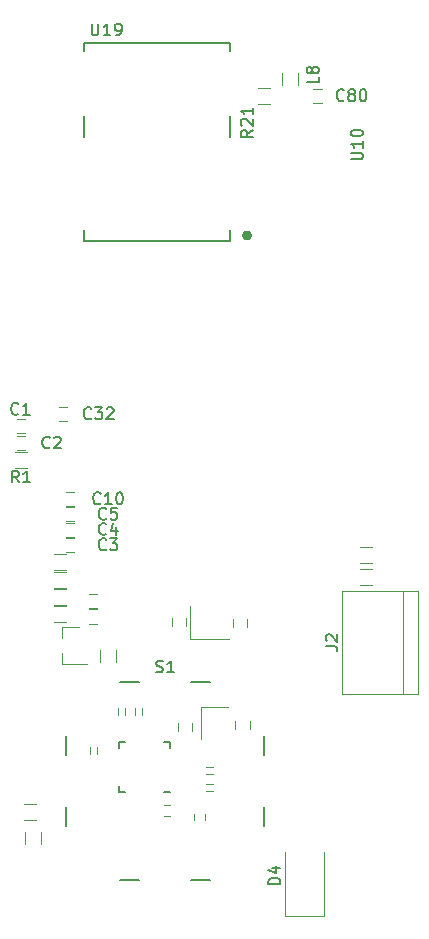
<source format=gto>
G04 #@! TF.FileFunction,Legend,Top*
%FSLAX46Y46*%
G04 Gerber Fmt 4.6, Leading zero omitted, Abs format (unit mm)*
G04 Created by KiCad (PCBNEW 4.0.7) date 03/10/18 18:51:25*
%MOMM*%
%LPD*%
G01*
G04 APERTURE LIST*
%ADD10C,0.100000*%
%ADD11C,0.300000*%
%ADD12C,0.120000*%
%ADD13C,0.450000*%
%ADD14C,0.150000*%
G04 APERTURE END LIST*
D10*
D11*
D12*
X40450000Y-66250000D02*
X39750000Y-66250000D01*
X39750000Y-65050000D02*
X40450000Y-65050000D01*
X40450000Y-67700000D02*
X39750000Y-67700000D01*
X39750000Y-66500000D02*
X40450000Y-66500000D01*
X43925000Y-75150000D02*
X44625000Y-75150000D01*
X44625000Y-76350000D02*
X43925000Y-76350000D01*
X43925000Y-73850000D02*
X44625000Y-73850000D01*
X44625000Y-75050000D02*
X43925000Y-75050000D01*
X43925000Y-72550000D02*
X44625000Y-72550000D01*
X44625000Y-73750000D02*
X43925000Y-73750000D01*
X45850000Y-81210000D02*
X46550000Y-81210000D01*
X46550000Y-82410000D02*
X45850000Y-82410000D01*
X43925000Y-71250000D02*
X44625000Y-71250000D01*
X44625000Y-72450000D02*
X43925000Y-72450000D01*
X45850000Y-79890000D02*
X46550000Y-79890000D01*
X46550000Y-81090000D02*
X45850000Y-81090000D01*
X44050000Y-65250000D02*
X43350000Y-65250000D01*
X43350000Y-64050000D02*
X44050000Y-64050000D01*
X54100000Y-81920000D02*
X54100000Y-82620000D01*
X52900000Y-82620000D02*
X52900000Y-81920000D01*
X65575000Y-38325000D02*
X64875000Y-38325000D01*
X64875000Y-37125000D02*
X65575000Y-37125000D01*
X59230000Y-81980000D02*
X59230000Y-82680000D01*
X58030000Y-82680000D02*
X58030000Y-81980000D01*
X63555000Y-35800000D02*
X63555000Y-36800000D01*
X62195000Y-36800000D02*
X62195000Y-35800000D01*
X43580000Y-82680000D02*
X43580000Y-83610000D01*
X43580000Y-85840000D02*
X43580000Y-84910000D01*
X43580000Y-85840000D02*
X45740000Y-85840000D01*
X43580000Y-82680000D02*
X45040000Y-82680000D01*
X39600000Y-67870000D02*
X40600000Y-67870000D01*
X40600000Y-69230000D02*
X39600000Y-69230000D01*
X46800000Y-85620000D02*
X46800000Y-84620000D01*
X48160000Y-84620000D02*
X48160000Y-85620000D01*
X40380000Y-97710000D02*
X41380000Y-97710000D01*
X41380000Y-99070000D02*
X40380000Y-99070000D01*
X42950000Y-76530000D02*
X43950000Y-76530000D01*
X43950000Y-77890000D02*
X42950000Y-77890000D01*
X42950000Y-78000000D02*
X43950000Y-78000000D01*
X43950000Y-79360000D02*
X42950000Y-79360000D01*
X42950000Y-80950000D02*
X43950000Y-80950000D01*
X43950000Y-82310000D02*
X42950000Y-82310000D01*
X41800000Y-100070000D02*
X41800000Y-101070000D01*
X40440000Y-101070000D02*
X40440000Y-100070000D01*
X43950000Y-80830000D02*
X42950000Y-80830000D01*
X42950000Y-79470000D02*
X43950000Y-79470000D01*
X61200000Y-38430000D02*
X60200000Y-38430000D01*
X60200000Y-37070000D02*
X61200000Y-37070000D01*
D13*
X59473607Y-49550000D02*
G75*
G03X59473607Y-49550000I-223607J0D01*
G01*
D14*
X57850000Y-41250000D02*
X57850000Y-39450000D01*
X45450000Y-41250000D02*
X45450000Y-39450000D01*
X57850000Y-49050000D02*
X57850000Y-50050000D01*
X57850000Y-50050000D02*
X45450000Y-50050000D01*
X45450000Y-50050000D02*
X45450000Y-49050000D01*
X45450000Y-33950000D02*
X45450000Y-33250000D01*
X45450000Y-33250000D02*
X57850000Y-33250000D01*
X57850000Y-33250000D02*
X57850000Y-33950000D01*
D12*
X54410000Y-80950000D02*
X54410000Y-83750000D01*
X54410000Y-83750000D02*
X57710000Y-83750000D01*
X73730000Y-88330000D02*
X73730000Y-79630000D01*
X67320000Y-88330000D02*
X67320000Y-79630000D01*
X67320000Y-79630000D02*
X73730000Y-79630000D01*
X72500000Y-79630000D02*
X72500000Y-88330000D01*
X73730000Y-88330000D02*
X67320000Y-88330000D01*
X55810000Y-95150000D02*
X56410000Y-95150000D01*
X55810000Y-94550000D02*
X56410000Y-94550000D01*
X50390000Y-90140000D02*
X50390000Y-89540000D01*
X49790000Y-90140000D02*
X49790000Y-89540000D01*
X55810000Y-96600000D02*
X56410000Y-96600000D01*
X55810000Y-96000000D02*
X56410000Y-96000000D01*
X48910000Y-90150000D02*
X48910000Y-89550000D01*
X48310000Y-90150000D02*
X48310000Y-89550000D01*
X46570000Y-93490000D02*
X46570000Y-92890000D01*
X45970000Y-93490000D02*
X45970000Y-92890000D01*
X52230000Y-98720000D02*
X52730000Y-98720000D01*
X52730000Y-97780000D02*
X52230000Y-97780000D01*
X54780000Y-98550000D02*
X54780000Y-99050000D01*
X55720000Y-99050000D02*
X55720000Y-98550000D01*
D14*
X48420000Y-96700000D02*
X48420000Y-96175000D01*
X52720000Y-92400000D02*
X52720000Y-92925000D01*
X48420000Y-92400000D02*
X48420000Y-92925000D01*
X52720000Y-96700000D02*
X52195000Y-96700000D01*
X52720000Y-92400000D02*
X52195000Y-92400000D01*
X48420000Y-92400000D02*
X48945000Y-92400000D01*
X48420000Y-96700000D02*
X48945000Y-96700000D01*
D12*
X53430000Y-91510000D02*
X53430000Y-90810000D01*
X54630000Y-90810000D02*
X54630000Y-91510000D01*
X59470000Y-90640000D02*
X59470000Y-91340000D01*
X58270000Y-91340000D02*
X58270000Y-90640000D01*
X57670000Y-89465000D02*
X55370000Y-89465000D01*
X55370000Y-89465000D02*
X55370000Y-92165000D01*
X68830000Y-77770000D02*
X69830000Y-77770000D01*
X69830000Y-79130000D02*
X68830000Y-79130000D01*
X68810000Y-75960000D02*
X69810000Y-75960000D01*
X69810000Y-77320000D02*
X68810000Y-77320000D01*
D14*
X48530000Y-87340000D02*
X50130000Y-87340000D01*
X48530000Y-104140000D02*
X50130000Y-104140000D01*
X54530000Y-87340000D02*
X56130000Y-87340000D01*
X54530000Y-104140000D02*
X56130000Y-104140000D01*
X43930000Y-91940000D02*
X43930000Y-93540000D01*
X60730000Y-91940000D02*
X60730000Y-93540000D01*
X43930000Y-97940000D02*
X43930000Y-99540000D01*
X60730000Y-97940000D02*
X60730000Y-99540000D01*
D12*
X62470000Y-107160000D02*
X65770000Y-107160000D01*
X65770000Y-107160000D02*
X65770000Y-101760000D01*
X62470000Y-107160000D02*
X62470000Y-101760000D01*
D14*
X39903334Y-64627143D02*
X39855715Y-64674762D01*
X39712858Y-64722381D01*
X39617620Y-64722381D01*
X39474762Y-64674762D01*
X39379524Y-64579524D01*
X39331905Y-64484286D01*
X39284286Y-64293810D01*
X39284286Y-64150952D01*
X39331905Y-63960476D01*
X39379524Y-63865238D01*
X39474762Y-63770000D01*
X39617620Y-63722381D01*
X39712858Y-63722381D01*
X39855715Y-63770000D01*
X39903334Y-63817619D01*
X40855715Y-64722381D02*
X40284286Y-64722381D01*
X40570000Y-64722381D02*
X40570000Y-63722381D01*
X40474762Y-63865238D01*
X40379524Y-63960476D01*
X40284286Y-64008095D01*
X42553334Y-67487143D02*
X42505715Y-67534762D01*
X42362858Y-67582381D01*
X42267620Y-67582381D01*
X42124762Y-67534762D01*
X42029524Y-67439524D01*
X41981905Y-67344286D01*
X41934286Y-67153810D01*
X41934286Y-67010952D01*
X41981905Y-66820476D01*
X42029524Y-66725238D01*
X42124762Y-66630000D01*
X42267620Y-66582381D01*
X42362858Y-66582381D01*
X42505715Y-66630000D01*
X42553334Y-66677619D01*
X42934286Y-66677619D02*
X42981905Y-66630000D01*
X43077143Y-66582381D01*
X43315239Y-66582381D01*
X43410477Y-66630000D01*
X43458096Y-66677619D01*
X43505715Y-66772857D01*
X43505715Y-66868095D01*
X43458096Y-67010952D01*
X42886667Y-67582381D01*
X43505715Y-67582381D01*
X47333334Y-76107143D02*
X47285715Y-76154762D01*
X47142858Y-76202381D01*
X47047620Y-76202381D01*
X46904762Y-76154762D01*
X46809524Y-76059524D01*
X46761905Y-75964286D01*
X46714286Y-75773810D01*
X46714286Y-75630952D01*
X46761905Y-75440476D01*
X46809524Y-75345238D01*
X46904762Y-75250000D01*
X47047620Y-75202381D01*
X47142858Y-75202381D01*
X47285715Y-75250000D01*
X47333334Y-75297619D01*
X47666667Y-75202381D02*
X48285715Y-75202381D01*
X47952381Y-75583333D01*
X48095239Y-75583333D01*
X48190477Y-75630952D01*
X48238096Y-75678571D01*
X48285715Y-75773810D01*
X48285715Y-76011905D01*
X48238096Y-76107143D01*
X48190477Y-76154762D01*
X48095239Y-76202381D01*
X47809524Y-76202381D01*
X47714286Y-76154762D01*
X47666667Y-76107143D01*
X47333334Y-74807143D02*
X47285715Y-74854762D01*
X47142858Y-74902381D01*
X47047620Y-74902381D01*
X46904762Y-74854762D01*
X46809524Y-74759524D01*
X46761905Y-74664286D01*
X46714286Y-74473810D01*
X46714286Y-74330952D01*
X46761905Y-74140476D01*
X46809524Y-74045238D01*
X46904762Y-73950000D01*
X47047620Y-73902381D01*
X47142858Y-73902381D01*
X47285715Y-73950000D01*
X47333334Y-73997619D01*
X48190477Y-74235714D02*
X48190477Y-74902381D01*
X47952381Y-73854762D02*
X47714286Y-74569048D01*
X48333334Y-74569048D01*
X47333334Y-73507143D02*
X47285715Y-73554762D01*
X47142858Y-73602381D01*
X47047620Y-73602381D01*
X46904762Y-73554762D01*
X46809524Y-73459524D01*
X46761905Y-73364286D01*
X46714286Y-73173810D01*
X46714286Y-73030952D01*
X46761905Y-72840476D01*
X46809524Y-72745238D01*
X46904762Y-72650000D01*
X47047620Y-72602381D01*
X47142858Y-72602381D01*
X47285715Y-72650000D01*
X47333334Y-72697619D01*
X48238096Y-72602381D02*
X47761905Y-72602381D01*
X47714286Y-73078571D01*
X47761905Y-73030952D01*
X47857143Y-72983333D01*
X48095239Y-72983333D01*
X48190477Y-73030952D01*
X48238096Y-73078571D01*
X48285715Y-73173810D01*
X48285715Y-73411905D01*
X48238096Y-73507143D01*
X48190477Y-73554762D01*
X48095239Y-73602381D01*
X47857143Y-73602381D01*
X47761905Y-73554762D01*
X47714286Y-73507143D01*
X46857143Y-72207143D02*
X46809524Y-72254762D01*
X46666667Y-72302381D01*
X46571429Y-72302381D01*
X46428571Y-72254762D01*
X46333333Y-72159524D01*
X46285714Y-72064286D01*
X46238095Y-71873810D01*
X46238095Y-71730952D01*
X46285714Y-71540476D01*
X46333333Y-71445238D01*
X46428571Y-71350000D01*
X46571429Y-71302381D01*
X46666667Y-71302381D01*
X46809524Y-71350000D01*
X46857143Y-71397619D01*
X47809524Y-72302381D02*
X47238095Y-72302381D01*
X47523809Y-72302381D02*
X47523809Y-71302381D01*
X47428571Y-71445238D01*
X47333333Y-71540476D01*
X47238095Y-71588095D01*
X48428571Y-71302381D02*
X48523810Y-71302381D01*
X48619048Y-71350000D01*
X48666667Y-71397619D01*
X48714286Y-71492857D01*
X48761905Y-71683333D01*
X48761905Y-71921429D01*
X48714286Y-72111905D01*
X48666667Y-72207143D01*
X48619048Y-72254762D01*
X48523810Y-72302381D01*
X48428571Y-72302381D01*
X48333333Y-72254762D01*
X48285714Y-72207143D01*
X48238095Y-72111905D01*
X48190476Y-71921429D01*
X48190476Y-71683333D01*
X48238095Y-71492857D01*
X48285714Y-71397619D01*
X48333333Y-71350000D01*
X48428571Y-71302381D01*
X46057143Y-65007143D02*
X46009524Y-65054762D01*
X45866667Y-65102381D01*
X45771429Y-65102381D01*
X45628571Y-65054762D01*
X45533333Y-64959524D01*
X45485714Y-64864286D01*
X45438095Y-64673810D01*
X45438095Y-64530952D01*
X45485714Y-64340476D01*
X45533333Y-64245238D01*
X45628571Y-64150000D01*
X45771429Y-64102381D01*
X45866667Y-64102381D01*
X46009524Y-64150000D01*
X46057143Y-64197619D01*
X46390476Y-64102381D02*
X47009524Y-64102381D01*
X46676190Y-64483333D01*
X46819048Y-64483333D01*
X46914286Y-64530952D01*
X46961905Y-64578571D01*
X47009524Y-64673810D01*
X47009524Y-64911905D01*
X46961905Y-65007143D01*
X46914286Y-65054762D01*
X46819048Y-65102381D01*
X46533333Y-65102381D01*
X46438095Y-65054762D01*
X46390476Y-65007143D01*
X47390476Y-64197619D02*
X47438095Y-64150000D01*
X47533333Y-64102381D01*
X47771429Y-64102381D01*
X47866667Y-64150000D01*
X47914286Y-64197619D01*
X47961905Y-64292857D01*
X47961905Y-64388095D01*
X47914286Y-64530952D01*
X47342857Y-65102381D01*
X47961905Y-65102381D01*
X67457143Y-38082143D02*
X67409524Y-38129762D01*
X67266667Y-38177381D01*
X67171429Y-38177381D01*
X67028571Y-38129762D01*
X66933333Y-38034524D01*
X66885714Y-37939286D01*
X66838095Y-37748810D01*
X66838095Y-37605952D01*
X66885714Y-37415476D01*
X66933333Y-37320238D01*
X67028571Y-37225000D01*
X67171429Y-37177381D01*
X67266667Y-37177381D01*
X67409524Y-37225000D01*
X67457143Y-37272619D01*
X68028571Y-37605952D02*
X67933333Y-37558333D01*
X67885714Y-37510714D01*
X67838095Y-37415476D01*
X67838095Y-37367857D01*
X67885714Y-37272619D01*
X67933333Y-37225000D01*
X68028571Y-37177381D01*
X68219048Y-37177381D01*
X68314286Y-37225000D01*
X68361905Y-37272619D01*
X68409524Y-37367857D01*
X68409524Y-37415476D01*
X68361905Y-37510714D01*
X68314286Y-37558333D01*
X68219048Y-37605952D01*
X68028571Y-37605952D01*
X67933333Y-37653571D01*
X67885714Y-37701190D01*
X67838095Y-37796429D01*
X67838095Y-37986905D01*
X67885714Y-38082143D01*
X67933333Y-38129762D01*
X68028571Y-38177381D01*
X68219048Y-38177381D01*
X68314286Y-38129762D01*
X68361905Y-38082143D01*
X68409524Y-37986905D01*
X68409524Y-37796429D01*
X68361905Y-37701190D01*
X68314286Y-37653571D01*
X68219048Y-37605952D01*
X69028571Y-37177381D02*
X69123810Y-37177381D01*
X69219048Y-37225000D01*
X69266667Y-37272619D01*
X69314286Y-37367857D01*
X69361905Y-37558333D01*
X69361905Y-37796429D01*
X69314286Y-37986905D01*
X69266667Y-38082143D01*
X69219048Y-38129762D01*
X69123810Y-38177381D01*
X69028571Y-38177381D01*
X68933333Y-38129762D01*
X68885714Y-38082143D01*
X68838095Y-37986905D01*
X68790476Y-37796429D01*
X68790476Y-37558333D01*
X68838095Y-37367857D01*
X68885714Y-37272619D01*
X68933333Y-37225000D01*
X69028571Y-37177381D01*
X65327381Y-36116666D02*
X65327381Y-36592857D01*
X64327381Y-36592857D01*
X64755952Y-35640476D02*
X64708333Y-35735714D01*
X64660714Y-35783333D01*
X64565476Y-35830952D01*
X64517857Y-35830952D01*
X64422619Y-35783333D01*
X64375000Y-35735714D01*
X64327381Y-35640476D01*
X64327381Y-35449999D01*
X64375000Y-35354761D01*
X64422619Y-35307142D01*
X64517857Y-35259523D01*
X64565476Y-35259523D01*
X64660714Y-35307142D01*
X64708333Y-35354761D01*
X64755952Y-35449999D01*
X64755952Y-35640476D01*
X64803571Y-35735714D01*
X64851190Y-35783333D01*
X64946429Y-35830952D01*
X65136905Y-35830952D01*
X65232143Y-35783333D01*
X65279762Y-35735714D01*
X65327381Y-35640476D01*
X65327381Y-35449999D01*
X65279762Y-35354761D01*
X65232143Y-35307142D01*
X65136905Y-35259523D01*
X64946429Y-35259523D01*
X64851190Y-35307142D01*
X64803571Y-35354761D01*
X64755952Y-35449999D01*
X39933334Y-70452381D02*
X39600000Y-69976190D01*
X39361905Y-70452381D02*
X39361905Y-69452381D01*
X39742858Y-69452381D01*
X39838096Y-69500000D01*
X39885715Y-69547619D01*
X39933334Y-69642857D01*
X39933334Y-69785714D01*
X39885715Y-69880952D01*
X39838096Y-69928571D01*
X39742858Y-69976190D01*
X39361905Y-69976190D01*
X40885715Y-70452381D02*
X40314286Y-70452381D01*
X40600000Y-70452381D02*
X40600000Y-69452381D01*
X40504762Y-69595238D01*
X40409524Y-69690476D01*
X40314286Y-69738095D01*
X59727381Y-40617857D02*
X59251190Y-40951191D01*
X59727381Y-41189286D02*
X58727381Y-41189286D01*
X58727381Y-40808333D01*
X58775000Y-40713095D01*
X58822619Y-40665476D01*
X58917857Y-40617857D01*
X59060714Y-40617857D01*
X59155952Y-40665476D01*
X59203571Y-40713095D01*
X59251190Y-40808333D01*
X59251190Y-41189286D01*
X58822619Y-40236905D02*
X58775000Y-40189286D01*
X58727381Y-40094048D01*
X58727381Y-39855952D01*
X58775000Y-39760714D01*
X58822619Y-39713095D01*
X58917857Y-39665476D01*
X59013095Y-39665476D01*
X59155952Y-39713095D01*
X59727381Y-40284524D01*
X59727381Y-39665476D01*
X59727381Y-38713095D02*
X59727381Y-39284524D01*
X59727381Y-38998810D02*
X58727381Y-38998810D01*
X58870238Y-39094048D01*
X58965476Y-39189286D01*
X59013095Y-39284524D01*
X68052381Y-43113095D02*
X68861905Y-43113095D01*
X68957143Y-43065476D01*
X69004762Y-43017857D01*
X69052381Y-42922619D01*
X69052381Y-42732142D01*
X69004762Y-42636904D01*
X68957143Y-42589285D01*
X68861905Y-42541666D01*
X68052381Y-42541666D01*
X69052381Y-41541666D02*
X69052381Y-42113095D01*
X69052381Y-41827381D02*
X68052381Y-41827381D01*
X68195238Y-41922619D01*
X68290476Y-42017857D01*
X68338095Y-42113095D01*
X68052381Y-40922619D02*
X68052381Y-40827380D01*
X68100000Y-40732142D01*
X68147619Y-40684523D01*
X68242857Y-40636904D01*
X68433333Y-40589285D01*
X68671429Y-40589285D01*
X68861905Y-40636904D01*
X68957143Y-40684523D01*
X69004762Y-40732142D01*
X69052381Y-40827380D01*
X69052381Y-40922619D01*
X69004762Y-41017857D01*
X68957143Y-41065476D01*
X68861905Y-41113095D01*
X68671429Y-41160714D01*
X68433333Y-41160714D01*
X68242857Y-41113095D01*
X68147619Y-41065476D01*
X68100000Y-41017857D01*
X68052381Y-40922619D01*
X46111905Y-31602381D02*
X46111905Y-32411905D01*
X46159524Y-32507143D01*
X46207143Y-32554762D01*
X46302381Y-32602381D01*
X46492858Y-32602381D01*
X46588096Y-32554762D01*
X46635715Y-32507143D01*
X46683334Y-32411905D01*
X46683334Y-31602381D01*
X47683334Y-32602381D02*
X47111905Y-32602381D01*
X47397619Y-32602381D02*
X47397619Y-31602381D01*
X47302381Y-31745238D01*
X47207143Y-31840476D01*
X47111905Y-31888095D01*
X48159524Y-32602381D02*
X48350000Y-32602381D01*
X48445239Y-32554762D01*
X48492858Y-32507143D01*
X48588096Y-32364286D01*
X48635715Y-32173810D01*
X48635715Y-31792857D01*
X48588096Y-31697619D01*
X48540477Y-31650000D01*
X48445239Y-31602381D01*
X48254762Y-31602381D01*
X48159524Y-31650000D01*
X48111905Y-31697619D01*
X48064286Y-31792857D01*
X48064286Y-32030952D01*
X48111905Y-32126190D01*
X48159524Y-32173810D01*
X48254762Y-32221429D01*
X48445239Y-32221429D01*
X48540477Y-32173810D01*
X48588096Y-32126190D01*
X48635715Y-32030952D01*
X65912381Y-84313333D02*
X66626667Y-84313333D01*
X66769524Y-84360953D01*
X66864762Y-84456191D01*
X66912381Y-84599048D01*
X66912381Y-84694286D01*
X66007619Y-83884762D02*
X65960000Y-83837143D01*
X65912381Y-83741905D01*
X65912381Y-83503809D01*
X65960000Y-83408571D01*
X66007619Y-83360952D01*
X66102857Y-83313333D01*
X66198095Y-83313333D01*
X66340952Y-83360952D01*
X66912381Y-83932381D01*
X66912381Y-83313333D01*
X51568095Y-86494762D02*
X51710952Y-86542381D01*
X51949048Y-86542381D01*
X52044286Y-86494762D01*
X52091905Y-86447143D01*
X52139524Y-86351905D01*
X52139524Y-86256667D01*
X52091905Y-86161429D01*
X52044286Y-86113810D01*
X51949048Y-86066190D01*
X51758571Y-86018571D01*
X51663333Y-85970952D01*
X51615714Y-85923333D01*
X51568095Y-85828095D01*
X51568095Y-85732857D01*
X51615714Y-85637619D01*
X51663333Y-85590000D01*
X51758571Y-85542381D01*
X51996667Y-85542381D01*
X52139524Y-85590000D01*
X53091905Y-86542381D02*
X52520476Y-86542381D01*
X52806190Y-86542381D02*
X52806190Y-85542381D01*
X52710952Y-85685238D01*
X52615714Y-85780476D01*
X52520476Y-85828095D01*
X62072381Y-104498095D02*
X61072381Y-104498095D01*
X61072381Y-104260000D01*
X61120000Y-104117142D01*
X61215238Y-104021904D01*
X61310476Y-103974285D01*
X61500952Y-103926666D01*
X61643810Y-103926666D01*
X61834286Y-103974285D01*
X61929524Y-104021904D01*
X62024762Y-104117142D01*
X62072381Y-104260000D01*
X62072381Y-104498095D01*
X61405714Y-103069523D02*
X62072381Y-103069523D01*
X61024762Y-103307619D02*
X61739048Y-103545714D01*
X61739048Y-102926666D01*
M02*

</source>
